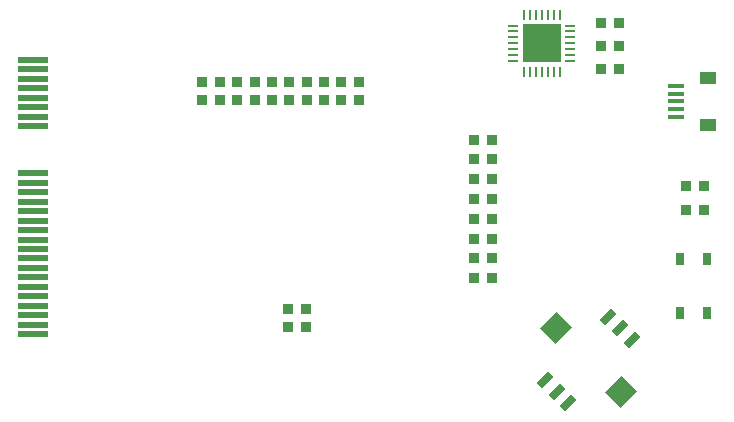
<source format=gtp>
G04 Layer_Color=8421504*
%FSLAX25Y25*%
%MOIN*%
G70*
G01*
G75*
%ADD10R,0.03500X0.03500*%
%ADD11R,0.05512X0.03937*%
%ADD12R,0.05512X0.01575*%
%ADD13R,0.03500X0.03500*%
%ADD14R,0.00984X0.03543*%
%ADD15R,0.03543X0.00984*%
%ADD16R,0.12598X0.12598*%
%ADD17R,0.02559X0.04134*%
%ADD18R,0.10039X0.02362*%
G04:AMPARAMS|DCode=19|XSize=70.87mil|YSize=78.74mil|CornerRadius=0mil|HoleSize=0mil|Usage=FLASHONLY|Rotation=315.000|XOffset=0mil|YOffset=0mil|HoleType=Round|Shape=Rectangle|*
%AMROTATEDRECTD19*
4,1,4,-0.05289,-0.00278,0.00278,0.05289,0.05289,0.00278,-0.00278,-0.05289,-0.05289,-0.00278,0.0*
%
%ADD19ROTATEDRECTD19*%

G04:AMPARAMS|DCode=20|XSize=27.56mil|YSize=53.15mil|CornerRadius=0mil|HoleSize=0mil|Usage=FLASHONLY|Rotation=315.000|XOffset=0mil|YOffset=0mil|HoleType=Round|Shape=Rectangle|*
%AMROTATEDRECTD20*
4,1,4,-0.02854,-0.00905,0.00905,0.02854,0.02854,0.00905,-0.00905,-0.02854,-0.02854,-0.00905,0.0*
%
%ADD20ROTATEDRECTD20*%

D10*
X188500Y122300D02*
D03*
X182500D02*
D03*
X188500Y129900D02*
D03*
X182500D02*
D03*
X216900Y75300D02*
D03*
X210900D02*
D03*
X216900Y83300D02*
D03*
X210900D02*
D03*
X140100Y85500D02*
D03*
X146100D02*
D03*
Y92100D02*
D03*
X140100D02*
D03*
X146100Y98700D02*
D03*
X140100D02*
D03*
X84200Y36300D02*
D03*
X78200D02*
D03*
X84200Y42300D02*
D03*
X78200D02*
D03*
X188500Y137500D02*
D03*
X182500D02*
D03*
X146100Y52500D02*
D03*
X140100D02*
D03*
Y79000D02*
D03*
X146100D02*
D03*
Y59100D02*
D03*
X140100D02*
D03*
X146100Y65700D02*
D03*
X140100D02*
D03*
Y72300D02*
D03*
X146100D02*
D03*
D11*
X218167Y103576D02*
D03*
X218267Y119276D02*
D03*
D12*
X207567Y116546D02*
D03*
Y113987D02*
D03*
Y111428D02*
D03*
Y108869D02*
D03*
Y106310D02*
D03*
D13*
X49690Y111810D02*
D03*
Y117810D02*
D03*
X55490Y111810D02*
D03*
Y117810D02*
D03*
X61310Y111810D02*
D03*
Y117810D02*
D03*
X67090Y111810D02*
D03*
Y117810D02*
D03*
X72940Y111810D02*
D03*
Y117810D02*
D03*
X78750Y111810D02*
D03*
Y117810D02*
D03*
X101800D02*
D03*
Y111810D02*
D03*
X84510D02*
D03*
Y117810D02*
D03*
X90260Y111810D02*
D03*
Y117810D02*
D03*
X96020D02*
D03*
Y111810D02*
D03*
D14*
X156946Y121346D02*
D03*
X158914D02*
D03*
X160883D02*
D03*
X162851D02*
D03*
X164820D02*
D03*
X166788D02*
D03*
X168757D02*
D03*
Y140243D02*
D03*
X166788D02*
D03*
X164820D02*
D03*
X162851D02*
D03*
X160883D02*
D03*
X158914D02*
D03*
X156946D02*
D03*
D15*
X172300Y124889D02*
D03*
Y126857D02*
D03*
Y128826D02*
D03*
Y130794D02*
D03*
Y132763D02*
D03*
Y134731D02*
D03*
Y136700D02*
D03*
X153402D02*
D03*
Y134731D02*
D03*
Y132763D02*
D03*
Y130794D02*
D03*
Y128826D02*
D03*
Y126857D02*
D03*
Y124889D02*
D03*
D16*
X162851Y130794D02*
D03*
D17*
X209042Y58900D02*
D03*
X217900D02*
D03*
Y40790D02*
D03*
X209042D02*
D03*
D18*
X-6900Y125213D02*
D03*
Y122064D02*
D03*
Y118914D02*
D03*
Y115765D02*
D03*
Y112615D02*
D03*
Y109465D02*
D03*
Y106316D02*
D03*
Y103166D02*
D03*
Y87420D02*
D03*
Y84270D02*
D03*
Y81120D02*
D03*
Y77971D02*
D03*
Y74821D02*
D03*
Y71672D02*
D03*
Y68522D02*
D03*
Y65372D02*
D03*
Y62223D02*
D03*
Y59073D02*
D03*
Y55924D02*
D03*
Y52774D02*
D03*
Y49624D02*
D03*
Y46475D02*
D03*
Y43325D02*
D03*
Y40176D02*
D03*
Y37026D02*
D03*
Y33876D02*
D03*
D19*
X189101Y14427D02*
D03*
X167605Y35923D02*
D03*
D20*
X171706Y10750D02*
D03*
X167817Y14639D02*
D03*
X163928Y18528D02*
D03*
X192778Y31822D02*
D03*
X188889Y35711D02*
D03*
X185000Y39600D02*
D03*
M02*

</source>
